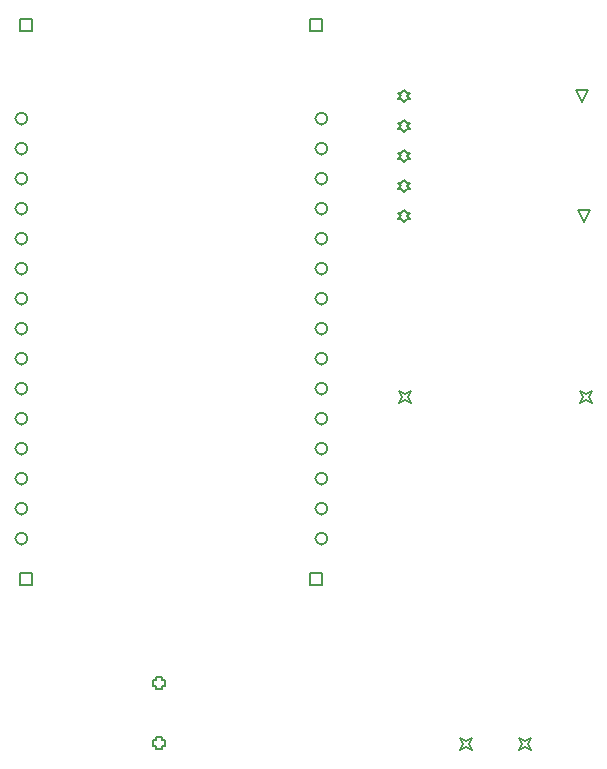
<source format=gbr>
%TF.GenerationSoftware,Altium Limited,Altium Designer,22.1.2 (22)*%
G04 Layer_Color=2752767*
%FSLAX26Y26*%
%MOIN*%
%TF.SameCoordinates,3D441875-7E2E-40EE-9B33-20ED1D9A15A1*%
%TF.FilePolarity,Positive*%
%TF.FileFunction,Drawing*%
%TF.Part,Single*%
G01*
G75*
%TA.AperFunction,NonConductor*%
%ADD35C,0.005000*%
%ADD47C,0.006667*%
D35*
X1236535Y3699213D02*
Y3739213D01*
X1276535D01*
Y3699213D01*
X1236535D01*
X2201496D02*
Y3739213D01*
X2241496D01*
Y3699213D01*
X2201496D01*
Y1850787D02*
Y1890787D01*
X2241496D01*
Y1850787D01*
X2201496D01*
X1236535D02*
Y1890787D01*
X1276535D01*
Y1850787D01*
X1236535D01*
X3110000Y3460000D02*
X3090000Y3500000D01*
X3130000D01*
X3110000Y3460000D01*
X3115000Y3060000D02*
X3095000Y3100000D01*
X3135000D01*
X3115000Y3060000D01*
X2515000D02*
X2525000Y3070000D01*
X2535000D01*
X2525000Y3080000D01*
X2535000Y3090000D01*
X2525000D01*
X2515000Y3100000D01*
X2505000Y3090000D01*
X2495000D01*
X2505000Y3080000D01*
X2495000Y3070000D01*
X2505000D01*
X2515000Y3060000D01*
Y3160000D02*
X2525000Y3170000D01*
X2535000D01*
X2525000Y3180000D01*
X2535000Y3190000D01*
X2525000D01*
X2515000Y3200000D01*
X2505000Y3190000D01*
X2495000D01*
X2505000Y3180000D01*
X2495000Y3170000D01*
X2505000D01*
X2515000Y3160000D01*
Y3260000D02*
X2525000Y3270000D01*
X2535000D01*
X2525000Y3280000D01*
X2535000Y3290000D01*
X2525000D01*
X2515000Y3300000D01*
X2505000Y3290000D01*
X2495000D01*
X2505000Y3280000D01*
X2495000Y3270000D01*
X2505000D01*
X2515000Y3260000D01*
Y3360000D02*
X2525000Y3370000D01*
X2535000D01*
X2525000Y3380000D01*
X2535000Y3390000D01*
X2525000D01*
X2515000Y3400000D01*
X2505000Y3390000D01*
X2495000D01*
X2505000Y3380000D01*
X2495000Y3370000D01*
X2505000D01*
X2515000Y3360000D01*
Y3460000D02*
X2525000Y3470000D01*
X2535000D01*
X2525000Y3480000D01*
X2535000Y3490000D01*
X2525000D01*
X2515000Y3500000D01*
X2505000Y3490000D01*
X2495000D01*
X2505000Y3480000D01*
X2495000Y3470000D01*
X2505000D01*
X2515000Y3460000D01*
X2701575Y1301260D02*
X2711575Y1321260D01*
X2701575Y1341260D01*
X2721575Y1331260D01*
X2741575Y1341260D01*
X2731575Y1321260D01*
X2741575Y1301260D01*
X2721575Y1311260D01*
X2701575Y1301260D01*
X2898425D02*
X2908425Y1321260D01*
X2898425Y1341260D01*
X2918425Y1331260D01*
X2938425Y1341260D01*
X2928425Y1321260D01*
X2938425Y1301260D01*
X2918425Y1311260D01*
X2898425Y1301260D01*
X2496850Y2458740D02*
X2506850Y2478740D01*
X2496850Y2498740D01*
X2516850Y2488740D01*
X2536850Y2498740D01*
X2526850Y2478740D01*
X2536850Y2458740D01*
X2516850Y2468740D01*
X2496850Y2458740D01*
X3103150D02*
X3113150Y2478740D01*
X3103150Y2498740D01*
X3123150Y2488740D01*
X3143150Y2498740D01*
X3133150Y2478740D01*
X3143150Y2458740D01*
X3123150Y2468740D01*
X3103150Y2458740D01*
X1690000Y1315000D02*
Y1305000D01*
X1710000D01*
Y1315000D01*
X1720000D01*
Y1335000D01*
X1710000D01*
Y1345000D01*
X1690000D01*
Y1335000D01*
X1680000D01*
Y1315000D01*
X1690000D01*
Y1515000D02*
Y1505000D01*
X1710000D01*
Y1515000D01*
X1720000D01*
Y1535000D01*
X1710000D01*
Y1545000D01*
X1690000D01*
Y1535000D01*
X1680000D01*
Y1515000D01*
X1690000D01*
D47*
X2260000Y2005827D02*
G03*
X2260000Y2005827I-20000J0D01*
G01*
Y2105827D02*
G03*
X2260000Y2105827I-20000J0D01*
G01*
Y2205827D02*
G03*
X2260000Y2205827I-20000J0D01*
G01*
Y2305827D02*
G03*
X2260000Y2305827I-20000J0D01*
G01*
Y2405827D02*
G03*
X2260000Y2405827I-20000J0D01*
G01*
Y2505827D02*
G03*
X2260000Y2505827I-20000J0D01*
G01*
Y2605827D02*
G03*
X2260000Y2605827I-20000J0D01*
G01*
Y2705827D02*
G03*
X2260000Y2705827I-20000J0D01*
G01*
Y2805827D02*
G03*
X2260000Y2805827I-20000J0D01*
G01*
Y2905827D02*
G03*
X2260000Y2905827I-20000J0D01*
G01*
Y3005827D02*
G03*
X2260000Y3005827I-20000J0D01*
G01*
Y3105827D02*
G03*
X2260000Y3105827I-20000J0D01*
G01*
Y3205827D02*
G03*
X2260000Y3205827I-20000J0D01*
G01*
Y3305827D02*
G03*
X2260000Y3305827I-20000J0D01*
G01*
Y3405827D02*
G03*
X2260000Y3405827I-20000J0D01*
G01*
X1260000Y2005827D02*
G03*
X1260000Y2005827I-20000J0D01*
G01*
Y2105827D02*
G03*
X1260000Y2105827I-20000J0D01*
G01*
Y2205827D02*
G03*
X1260000Y2205827I-20000J0D01*
G01*
Y2305827D02*
G03*
X1260000Y2305827I-20000J0D01*
G01*
Y2405827D02*
G03*
X1260000Y2405827I-20000J0D01*
G01*
Y2505827D02*
G03*
X1260000Y2505827I-20000J0D01*
G01*
Y2605827D02*
G03*
X1260000Y2605827I-20000J0D01*
G01*
Y2705827D02*
G03*
X1260000Y2705827I-20000J0D01*
G01*
Y2805827D02*
G03*
X1260000Y2805827I-20000J0D01*
G01*
Y2905827D02*
G03*
X1260000Y2905827I-20000J0D01*
G01*
Y3005827D02*
G03*
X1260000Y3005827I-20000J0D01*
G01*
Y3105827D02*
G03*
X1260000Y3105827I-20000J0D01*
G01*
Y3205827D02*
G03*
X1260000Y3205827I-20000J0D01*
G01*
Y3305827D02*
G03*
X1260000Y3305827I-20000J0D01*
G01*
Y3405827D02*
G03*
X1260000Y3405827I-20000J0D01*
G01*
%TF.MD5,625c9cf336861cd8dd7a80e8bd0dc097*%
M02*

</source>
